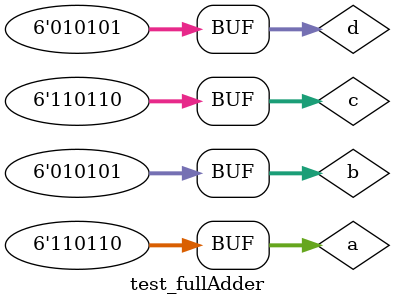
<source format=v>




module fullAdder (output [1:0] z,
input c,
input d,
input carryIn);
wire [1:0] x;
wire [1:0] y;
wire carryOut;
somador z1 (x, c, d);
somador z2 (y, x[1], d);
or o2 (carryOut, x[1], y[1]);
assign z[1] = carryOut;
assign z[0] = y[0]; 
endmodule // fullAdder 


// ------------------------- 
// somador
// meia-soma
// ------------------------- 
module somador ( output [1:0] z,
input c,
input d);
wire zn ;
wire resultado ;
wire carryOut;
not n2 (zn, c);
and a2 (carryOut, zn, d);
xor x2 (resultado, a ,d);
assign z[1] = carryOut;
assign z[0] = resultado;


// ------------------------- 
// somador 6 bits
// somafinal
// ------------------------- 
endmodule // somador
module somafinal ( output [5:0] z,
input [5:0] c,
input [5:0] d);
wire [1:0] k1;
wire [1:0] k2;
wire [1:0] k3;
wire [1:0] k4;
wire [1:0] k5;
wire [1:0] k6;
somador z1 (k1, c[0], d[0]); 
fullAdder z2 (k2, c[1], d[1], z1[1]);
fullAdder z3 (k3, c[2], d[2], z2[1]);
fullAdder z4 (k4, c[3], d[3], z3[1]);
fullAdder z5 (k5, c[4], d[4], z4[1]);
fullAdder z6 (k6, c[5], d[5], z5[1]);
assign z[0] = k1[0];
assign z[1] = k2[0];
assign z[2] = k3[0];
assign z[3] = k4[0];
assign z[4] = k5[0];
assign z[5] = k6[0];

endmodule // subfinal



// ------------------------- 
// subtrator
// f2
// ------------------------- 
module f2 ( output [1:0] s,
input a,
input b,
input carryIn);
wire [1:0] x;
wire [1:0] y;
wire b_out;
subtractor s1 (x, a, b);
subtractor s2 (y, x[1], b);
or o1 (b_out, x[1], y[1]);
assign s[1] = b_out;
assign s[0] = y[0];   
endmodule // f2


// ------------------------- 
// meia-diferenca
// subtractor
// ------------------------- 
module subtractor ( output [1:0] s,
input a,
input b);
wire sn ;
wire resultado ;
wire b_out;
not n1 (sn, a);
and a1 (b_out, sn, b);
xor x1 (resultado, a ,b);
assign s[1] = b_out;
assign s[0] = resultado;

endmodule // subtractor


// ------------------------- 
// subtrator completo de 6 bits
// subfinal
// ------------------------- 
module subfinal ( output [5:0] s,
input [5:0] a,
input [5:0] b);
wire [1:0] t1;
wire [1:0] t2;
wire [1:0] t3;
wire [1:0] t4;
wire [1:0] t5;
wire [1:0] t6;
subtractor s1 (t1, a[0], b[0]); 
f2 s2 (t2, a[1], b[1], s1[1]);
f2 s3 (t3, a[2], b[2], s2[1]);
f2 s4 (t4, a[3], b[3], s3[1]);
f2 s5 (t5, a[4], b[4], s4[1]);
f2 s6 (t6, a[5], b[5], s5[1]);
assign s[0] = t1[0];
assign s[1] = t2[0];
assign s[2] = t3[0];
assign s[3] = t4[0];
assign s[4] = t5[0];
assign s[5] = t6[0];

endmodule // subfinal

module final ( output [5:0] f,
input [5:0] a,
input [5:0] b);
wire[5:0] k;
wire[5:0] l;
wire[5:0] n;
subfinal t (k, a, b );
somafinal o (l, a, b );
and a1 (n[0], k[0], l[0]);
and a1 (n[1], k[1], l[1]);
and a1 (n[2], k[2], l[2]);
and a1 (n[3], k[3], l[3]);
and a1 (n[4], k[4], l[4]);
and a1 (n[5], k[5], l[5]);
assign f = n ;

endmodule // final





module test_fullAdder;  


// ------------------------- definir dados 
 

reg [5:0] a;
reg [5:0] b;
reg [5:0] c;
reg [5:0] d;
reg carryIn;
reg b_out;
wire carry; 
wire [5:0] soma; 
wire [5:0] subtracao;
wire [5:0] resultado;
subfinal modulo2 (subtracao, a, b); 
somafinal modulo1 (soma, c, d);
final modulo3 (resultado, a, b);


// ------------------------- parte principal 
initial begin 
$display("Exemplo0021 - Gustavo Jota Resende - 427413"); 
$display("Test ALU's full adder e subtrator"); 
// projetar testes do somador complete

a = 6'b110110; b = 6'b010101; c = 6'b110110; d = 6'b010101;  
$monitor("Subtracao %6b - %6b = %6b", a, b, subtracao ); 
 

$monitor("Soma %6b + %6b = %6b", c, d, soma );  


$monitor("Soma & Subtracao" , a, b,  resultado ); 

 
end 
endmodule // test_fullAdder 

//Teste
//Soma & Subtracao5421 X
</source>
